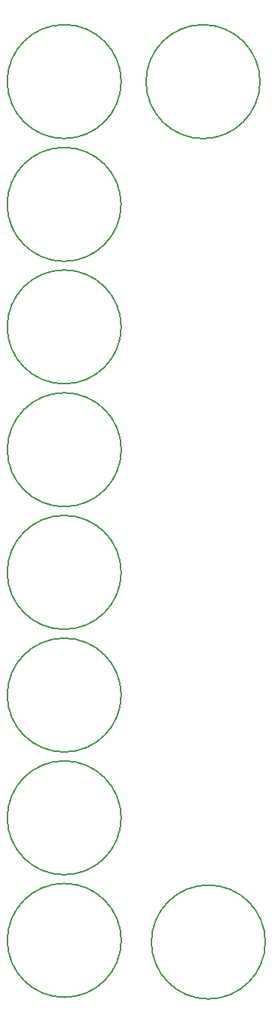
<source format=gbr>
%TF.GenerationSoftware,KiCad,Pcbnew,8.0.7*%
%TF.CreationDate,2025-01-05T13:11:30+01:00*%
%TF.ProjectId,tiliqua-panel,74696c69-7175-4612-9d70-616e656c2e6b,rev?*%
%TF.SameCoordinates,Original*%
%TF.FileFunction,Other,Comment*%
%FSLAX46Y46*%
G04 Gerber Fmt 4.6, Leading zero omitted, Abs format (unit mm)*
G04 Created by KiCad (PCBNEW 8.0.7) date 2025-01-05 13:11:30*
%MOMM*%
%LPD*%
G01*
G04 APERTURE LIST*
%ADD10C,0.150000*%
G04 APERTURE END LIST*
D10*
%TO.C,REF\u002A\u002A*%
X10610000Y-111890000D02*
G75*
G02*
X-2190000Y-111890000I-6400000J0D01*
G01*
X-2190000Y-111890000D02*
G75*
G02*
X10610000Y-111890000I6400000J0D01*
G01*
X10600000Y-84330000D02*
G75*
G02*
X-2200000Y-84330000I-6400000J0D01*
G01*
X-2200000Y-84330000D02*
G75*
G02*
X10600000Y-84330000I6400000J0D01*
G01*
X10600000Y-70540000D02*
G75*
G02*
X-2200000Y-70540000I-6400000J0D01*
G01*
X-2200000Y-70540000D02*
G75*
G02*
X10600000Y-70540000I6400000J0D01*
G01*
X10600000Y-42960000D02*
G75*
G02*
X-2200000Y-42960000I-6400000J0D01*
G01*
X-2200000Y-42960000D02*
G75*
G02*
X10600000Y-42960000I6400000J0D01*
G01*
X26800000Y-112074074D02*
G75*
G02*
X14000000Y-112074074I-6400000J0D01*
G01*
X14000000Y-112074074D02*
G75*
G02*
X26800000Y-112074074I6400000J0D01*
G01*
X10600000Y-98120000D02*
G75*
G02*
X-2200000Y-98120000I-6400000J0D01*
G01*
X-2200000Y-98120000D02*
G75*
G02*
X10600000Y-98120000I6400000J0D01*
G01*
X10590000Y-29190000D02*
G75*
G02*
X-2210000Y-29190000I-6400000J0D01*
G01*
X-2210000Y-29190000D02*
G75*
G02*
X10590000Y-29190000I6400000J0D01*
G01*
X10600000Y-15391200D02*
G75*
G02*
X-2200000Y-15391200I-6400000J0D01*
G01*
X-2200000Y-15391200D02*
G75*
G02*
X10600000Y-15391200I6400000J0D01*
G01*
X10610000Y-56760000D02*
G75*
G02*
X-2190000Y-56760000I-6400000J0D01*
G01*
X-2190000Y-56760000D02*
G75*
G02*
X10610000Y-56760000I6400000J0D01*
G01*
X26200000Y-15400000D02*
G75*
G02*
X13400000Y-15400000I-6400000J0D01*
G01*
X13400000Y-15400000D02*
G75*
G02*
X26200000Y-15400000I6400000J0D01*
G01*
%TD*%
M02*

</source>
